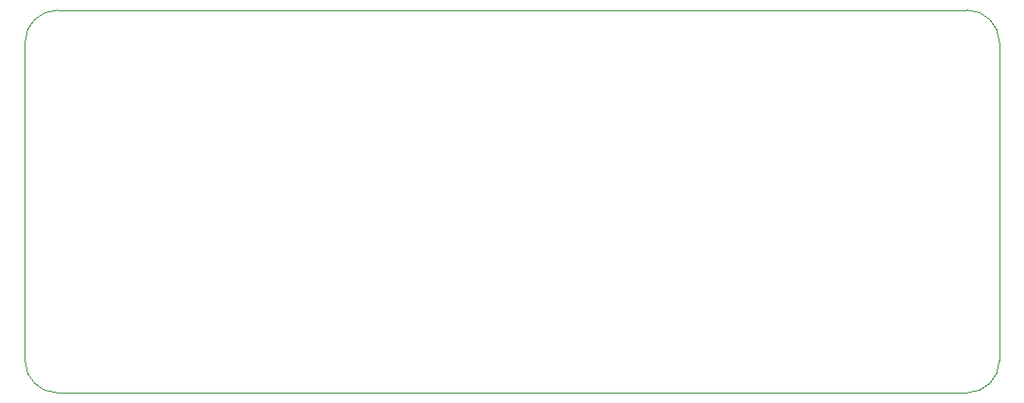
<source format=gm1>
G04 #@! TF.GenerationSoftware,KiCad,Pcbnew,8.0.0*
G04 #@! TF.CreationDate,2024-08-30T12:49:36-05:00*
G04 #@! TF.ProjectId,led_segment,6c65645f-7365-4676-9d65-6e742e6b6963,rev?*
G04 #@! TF.SameCoordinates,Original*
G04 #@! TF.FileFunction,Profile,NP*
%FSLAX46Y46*%
G04 Gerber Fmt 4.6, Leading zero omitted, Abs format (unit mm)*
G04 Created by KiCad (PCBNEW 8.0.0) date 2024-08-30 12:49:36*
%MOMM*%
%LPD*%
G01*
G04 APERTURE LIST*
G04 #@! TA.AperFunction,Profile*
%ADD10C,0.100000*%
G04 #@! TD*
G04 APERTURE END LIST*
D10*
X145604000Y-154370000D02*
X227265000Y-154370000D01*
X142683000Y-122874000D02*
G75*
G02*
X145604000Y-119953000I2921000J0D01*
G01*
X230186000Y-151449000D02*
G75*
G02*
X227265000Y-154370000I-2921000J0D01*
G01*
X227265000Y-119953000D02*
X145604000Y-119953000D01*
X142683000Y-151449000D02*
X142683000Y-122874000D01*
X145604000Y-154370000D02*
G75*
G02*
X142683000Y-151449000I0J2921000D01*
G01*
X230186000Y-151449000D02*
X230186000Y-122874000D01*
X227265000Y-119953000D02*
G75*
G02*
X230186000Y-122874000I0J-2921000D01*
G01*
M02*

</source>
